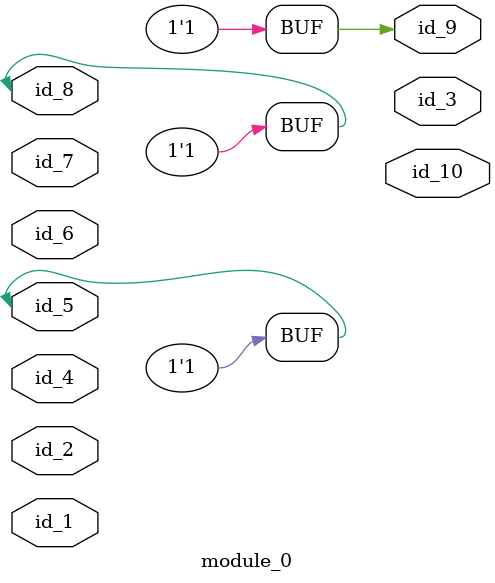
<source format=v>
module module_0 (
    id_1,
    id_2,
    id_3,
    id_4,
    id_5,
    id_6,
    id_7,
    id_8,
    id_9,
    id_10
);
  output id_10;
  output id_9;
  inout id_8;
  input id_7;
  inout id_6;
  inout id_5;
  inout id_4;
  output id_3;
  inout id_2;
  inout id_1;
  assign id_5 = 1;
  assign id_9 = 1;
  assign id_8 = 1;
  assign id_1 = id_8 & id_1;
endmodule

</source>
